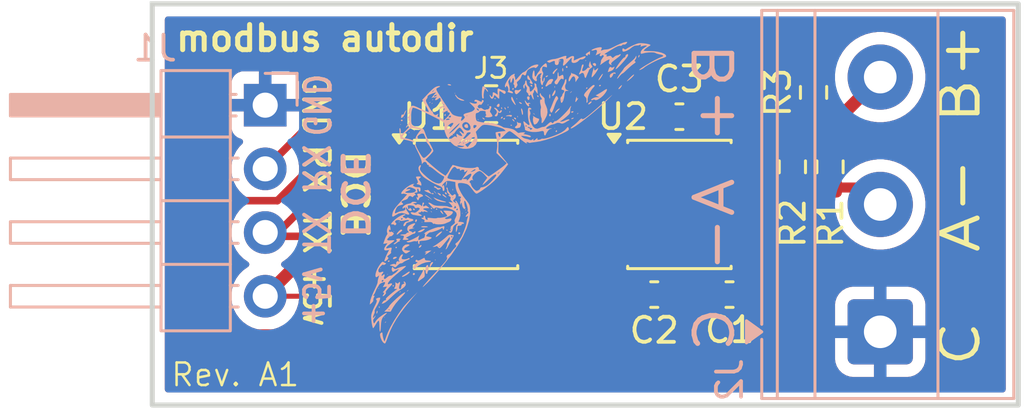
<source format=kicad_pcb>
(kicad_pcb (version 20241229) (generator "pcbnew") (generator_version "9.0")
  (title_block (title "modbus autodir") (date "2026-02-01") (rev "A1") (company "MAG Laboratory"))
  (layers (0 "F.Cu" signal) (2 "B.Cu" signal) (13 "F.Paste" user) (15 "B.Paste" user) (5 "F.SilkS" user "F.Silkscreen") (7 "B.SilkS" user "B.Silkscreen") (1 "F.Mask" user) (3 "B.Mask" user) (25 "Edge.Cuts" user))
  (net 0 "")
  (net 1 "GND")
  (net 2 "+5V")
  (net 3 "/DI")
  (net 4 "/RO")
  (net 5 "/A")
  (net 6 "/B")
  (net 7 "/SWIO")
  (net 8 "/DIR")
  (footprint "Package_SO:SOIC-8_3.9x4.9mm_P1.27mm" (layer "F.Cu") (at 39.5 20.42)
    (property "Reference" "U2" (at -2.25 -3.501 0) (layer "F.SilkS"))
    (property "Value" "ST485E")
    (pad "1" smd roundrect (at -2.475 -1.905) (size 1.95 0.6) (layers "F.Cu" "F.Mask" "F.Paste") (net 4 "/RO"))
    (pad "2" smd roundrect (at -2.475 -0.635) (size 1.95 0.6) (layers "F.Cu" "F.Mask" "F.Paste") (net 8 "/DIR"))
    (pad "3" smd roundrect (at -2.475 0.635) (size 1.95 0.6) (layers "F.Cu" "F.Mask" "F.Paste") (net 8 "/DIR"))
    (pad "4" smd roundrect (at -2.475 1.905) (size 1.95 0.6) (layers "F.Cu" "F.Mask" "F.Paste") (net 3 "/DI"))
    (pad "5" smd roundrect (at 2.475 1.905) (size 1.95 0.6) (layers "F.Cu" "F.Mask" "F.Paste") (net 1 "GND"))
    (pad "6" smd roundrect (at 2.475 0.635) (size 1.95 0.6) (layers "F.Cu" "F.Mask" "F.Paste") (net 5 "/A"))
    (pad "7" smd roundrect (at 2.475 -0.635) (size 1.95 0.6) (layers "F.Cu" "F.Mask" "F.Paste") (net 6 "/B"))
    (pad "8" smd roundrect (at 2.475 -1.905) (size 1.95 0.6) (layers "F.Cu" "F.Mask" "F.Paste") (net 2 "+5V"))
  )
  (footprint "Resistor_SMD:R_0805_2012Metric" (layer "F.Cu") (at 32 16.42)
    (property "Reference" "J3" (at -0.0084 -1.4332 0) (layer "F.SilkS") (effects (font (size 0.8 0.8) (thickness 0.12))))
    (property "Value" "PROG")
    (pad "1" smd roundrect (at -0.9125 0) (size 1.025 1.4) (layers "F.Cu" "F.Mask" "F.Paste") (roundrect_rratio 0.243902) (net 1 "GND"))
    (pad "2" smd roundrect (at 0.9125 0) (size 1.025 1.4) (layers "F.Cu" "F.Mask" "F.Paste") (roundrect_rratio 0.243902) (net 7 "/SWIO"))
  )
  (footprint "Package_SO:JEITA_SOIC-8_3.9x4.9mm_P1.27mm" (layer "F.Cu") (at 31 20.42)
    (property "Reference" "U1" (at -1.5 -3.501 0) (layer "F.SilkS"))
    (property "Value" "CH32V003JxMx")
    (pad "1" smd roundrect (at -2.65 -1.905) (size 1.5 0.55) (layers "F.Cu" "F.Mask" "F.Paste") (net 3 "/DI"))
    (pad "2" smd roundrect (at -2.65 -0.635) (size 1.5 0.55) (layers "F.Cu" "F.Mask" "F.Paste") (net 1 "GND"))
    (pad "3" smd roundrect (at -2.65 0.635) (size 1.5 0.55) (layers "F.Cu" "F.Mask" "F.Paste"))
    (pad "4" smd roundrect (at -2.65 1.905) (size 1.5 0.55) (layers "F.Cu" "F.Mask" "F.Paste") (net 2 "+5V"))
    (pad "5" smd roundrect (at 2.65 1.905) (size 1.5 0.55) (layers "F.Cu" "F.Mask" "F.Paste"))
    (pad "6" smd roundrect (at 2.65 0.635) (size 1.5 0.55) (layers "F.Cu" "F.Mask" "F.Paste"))
    (pad "7" smd roundrect (at 2.65 -0.635) (size 1.5 0.55) (layers "F.Cu" "F.Mask" "F.Paste") (net 8 "/DIR"))
    (pad "8" smd roundrect (at 2.65 -1.905) (size 1.5 0.55) (layers "F.Cu" "F.Mask" "F.Paste") (net 7 "/SWIO"))
  )
  (footprint "Capacitor_SMD:C_0603_1608Metric" (layer "F.Cu") (at 41.497251 24.014049)
    (property "Reference" "C1" (at 0.002749 1.405951 0) (layer "F.SilkS"))
    (property "Value" "104")
    (pad "1" smd roundrect (at -0.775 0) (size 0.9 0.95) (layers "F.Cu" "F.Mask" "F.Paste") (net 2 "+5V"))
    (pad "2" smd roundrect (at 0.775 0) (size 0.9 0.95) (layers "F.Cu" "F.Mask" "F.Paste") (net 1 "GND"))
  )
  (footprint "Resistor_SMD:R_0603_1608Metric" (layer "F.Cu") (at 45.5 18.919 90)
    (property "Reference" "R1" (at -2.25 0 90) (layer "F.SilkS"))
    (property "Value" "121")
    (pad "1" smd roundrect (at -0.825 0 90) (size 0.8 0.95) (layers "F.Cu" "F.Mask" "F.Paste") (net 5 "/A"))
    (pad "2" smd roundrect (at 0.825 0 90) (size 0.8 0.95) (layers "F.Cu" "F.Mask" "F.Paste") (net 6 "/B"))
  )
  (footprint "Resistor_SMD:R_0603_1608Metric" (layer "F.Cu") (at 44.844 15.952 90)
    (property "Reference" "R3" (at 0 -1.43 90) (layer "F.SilkS"))
    (property "Value" "512")
    (pad "1" smd roundrect (at -0.825 0 90) (size 0.8 0.95) (layers "F.Cu" "F.Mask" "F.Paste") (net 6 "/B"))
    (pad "2" smd roundrect (at 0.825 0 90) (size 0.8 0.95) (layers "F.Cu" "F.Mask" "F.Paste") (net 1 "GND"))
  )
  (footprint "Capacitor_SMD:C_0603_1608Metric" (layer "F.Cu") (at 39.5 16.919 180)
    (property "Reference" "C3" (at 0 1.499 180) (layer "F.SilkS"))
    (property "Value" "104")
    (pad "1" smd roundrect (at -0.775 0 180) (size 0.9 0.95) (layers "F.Cu" "F.Mask" "F.Paste") (net 2 "+5V"))
    (pad "2" smd roundrect (at 0.775 0 180) (size 0.9 0.95) (layers "F.Cu" "F.Mask" "F.Paste") (net 1 "GND"))
  )
  (footprint "Resistor_SMD:R_0603_1608Metric" (layer "F.Cu") (at 44 18.919 -90)
    (property "Reference" "R2" (at 2.25 0 90) (layer "F.SilkS"))
    (property "Value" "512")
    (pad "1" smd roundrect (at -0.825 0 270) (size 0.8 0.95) (layers "F.Cu" "F.Mask" "F.Paste") (net 2 "+5V"))
    (pad "2" smd roundrect (at 0.825 0 270) (size 0.8 0.95) (layers "F.Cu" "F.Mask" "F.Paste") (net 5 "/A"))
  )
  (footprint "Capacitor_SMD:C_0603_1608Metric" (layer "F.Cu") (at 38.498628 24.014049 180)
    (property "Reference" "C2" (at 0 -1.43 180) (layer "F.SilkS"))
    (property "Value" "104")
    (pad "1" smd roundrect (at -0.775 0 180) (size 0.9 0.95) (layers "F.Cu" "F.Mask" "F.Paste") (net 2 "+5V"))
    (pad "2" smd roundrect (at 0.775 0 180) (size 0.9 0.95) (layers "F.Cu" "F.Mask" "F.Paste") (net 1 "GND"))
  )
  (footprint "MAG_Lab_Logo:MAGLab_Symbol" (layer "B.Cu") (at 31.326508 18.190886 45)
    (property "Reference" "G***")
    (property "Value" "LOGO" (hide yes))
  )
  (footprint "Connector_PinHeader_2.54mm:PinHeader_1x04_P2.54mm_Horizontal" (layer "B.Cu") (at 23 16.46 180)
    (property "Reference" "J1" (at 4.385 2.27 0) (layer "B.SilkS") (effects (justify mirror)))
    (property "Value" "UART")
    (pad "1" thru_hole rect (at 0 0 180) (size 1.7 1.7) (drill 1) (layers "*.Cu" "*.Mask") (net 1 "GND"))
    (pad "2" thru_hole circle (at 0 -2.54 180) (size 1.7 1.7) (drill 1) (layers "*.Cu" "*.Mask") (net 4 "/RO"))
    (pad "3" thru_hole circle (at 0 -5.08 180) (size 1.7 1.7) (drill 1) (layers "*.Cu" "*.Mask") (net 3 "/DI"))
    (pad "4" thru_hole circle (at 0 -7.62 180) (size 1.7 1.7) (drill 1) (layers "*.Cu" "*.Mask") (net 2 "+5V"))
  )
  (footprint "TerminalBlock_Phoenix:TerminalBlock_Phoenix_MKDS-1,5-3-5.08_1x03_P5.08mm_Horizontal" (layer "B.Cu") (at 47.5 25.5 90)
    (property "Reference" "J2" (at -1.92 -6 90) (layer "B.SilkS") (effects (justify mirror)))
    (property "Value" "MB")
    (pad "1" thru_hole roundrect (at 0 0 90) (size 2.6 2.6) (drill 1.3) (layers "*.Cu" "*.Mask") (roundrect_rratio 0.096154) (net 1 "GND"))
    (pad "2" thru_hole circle (at 5.08 0 90) (size 2.6 2.6) (drill 1.3) (layers "*.Cu" "*.Mask") (net 5 "/A"))
    (pad "3" thru_hole circle (at 10.16 0 90) (size 2.6 2.6) (drill 1.3) (layers "*.Cu" "*.Mask") (net 6 "/B"))
  )
  (gr_rect (start 18.5 12.42) (end 53 28.42) (stroke (width 0.2)) (fill no) (layer "Edge.Cuts"))
  (gr_text "DCE" (at 26.556 20.016 270) (layer "F.SilkS") (effects (font (size 1 1.2) (thickness 0.2) (bold yes))))
  (gr_text "TX" (at 25.032 21.54 270) (layer "F.SilkS") (effects (font (size 1 1))))
  (gr_text "RX" (at 25.032 19 270) (layer "F.SilkS") (effects (font (size 1 1))))
  (gr_text "+5v" (at 25.032 24.08 270) (layer "F.SilkS") (effects (font (size 1 0.8) (thickness 0.15) (bold yes))))
  (gr_text "GND" (at 25 16.46 270) (layer "F.SilkS") (effects (font (size 1 0.8))))
  (gr_text "Rev. ${REVISION}" (at 19.19 27.7376 0) (layer "F.SilkS") (effects (font (size 0.9 0.9) (thickness 0.1)) (justify left bottom)))
  (gr_text "${TITLE}" (at 19.3424 14.3772 0) (layer "F.SilkS") (effects (font (size 1 1) (thickness 0.2) (bold yes)) (justify left bottom)))
  (gr_text "C  A- B+" (at 50.67628 20.018075 90) (layer "F.SilkS") (effects (font (size 1.5 1.8) (thickness 0.2))))
  (gr_text "RX" (at 25 19 270) (layer "B.SilkS") (effects (font (size 1 1)) (justify mirror)))
  (gr_text "+5v" (at 25 24.08 270) (layer "B.SilkS") (effects (font (size 1 0.8) (thickness 0.15) (bold yes)) (justify mirror)))
  (gr_text "DCE" (at 26.556 20.016 270) (layer "B.SilkS") (effects (font (size 1 1.2) (thickness 0.2) (bold yes)) (justify mirror)))
  (gr_text "TX" (at 25 21.54 270) (layer "B.SilkS") (effects (font (size 1 1)) (justify mirror)))
  (gr_text "B+ A- C " (at 40.9 20.82 90) (layer "B.SilkS") (effects (font (size 1.5 1.8) (thickness 0.2)) (justify mirror)))
  (gr_text "GND" (at 25.032 16.46 270) (layer "B.SilkS") (effects (font (size 1 0.8)) (justify mirror)))
  (segment (start 23.4835 20.27) (end 20.65 20.27) (width 0.3) (layer "F.Cu") (net 1))
  (segment (start 35.982101 21.69) (end 38.129 21.69) (width 0.25) (layer "F.Cu") (net 1))
  (segment (start 38.51 18.258516) (end 35.170484 14.919) (width 0.2) (layer "F.Cu") (net 1))
  (segment (start 42.272251 24.014049) (end 43.694049 24.014049) (width 0.4) (layer "F.Cu") (net 1))
  (segment (start 28.35 19.785) (end 28.985 19.785) (width 0.2) (layer "F.Cu") (net 1))
  (segment (start 44 25.5) (end 40.78 25.5) (width 0.2) (layer "F.Cu") (net 1))
  (segment (start 25.8735 17.88) (end 23.4835 20.27) (width 0.3) (layer "F.Cu") (net 1))
  (segment (start 29.62 20.42) (end 34.712101 20.42) (width 0.3) (layer "F.Cu") (net 1))
  (segment (start 22 25.5) (end 20.5 24) (width 0.2) (layer "F.Cu") (net 1))
  (segment (start 20.5 20.42) (end 20.5 17.419) (width 0.2) (layer "F.Cu") (net 1))
  (segment (start 20.65 20.27) (end 20.627 20.293) (width 0.3) (layer "F.Cu") (net 1))
  (segment (start 21.459 16.46) (end 23 16.46) (width 0.2) (layer "F.Cu") (net 1))
  (segment (start 30.47 25.858) (end 30.112 25.5) (width 0.2) (layer "F.Cu") (net 1))
  (segment (start 44 25.5) (end 47.5 25.5) (width 0.2) (layer "F.Cu") (net 1))
  (segment (start 29.62 18.261) (end 29.239 17.88) (width 0.3) (layer "F.Cu") (net 1))
  (segment (start 42.272252 22.622252) (end 42.272252 24.014051) (width 0.4) (layer "F.Cu") (net 1))
  (segment (start 23 16.46) (end 31.0475 16.46) (width 0.2) (layer "F.Cu") (net 1))
  (segment (start 20.5 17.419) (end 21.459 16.46) (width 0.2) (layer "F.Cu") (net 1))
  (segment (start 20.627 20.293) (end 20.5 20.42) (width 0.2) (layer "F.Cu") (net 1))
  (segment (start 38.51 21.309) (end 38.54 21.339) (width 0.3) (layer "F.Cu") (net 1))
  (segment (start 30.112 25.5) (end 22 25.5) (width 0.2) (layer "F.Cu") (net 1))
  (segment (start 31.0475 16.46) (end 31.0875 16.42) (width 0.2) (layer "F.Cu") (net 1))
  (segment (start 31.25 14.919) (end 31.0875 15.0815) (width 0.2) (layer "F.Cu") (net 1))
  (segment (start 29.62 19.15) (end 29.62 18.261) (width 0.3) (layer "F.Cu") (net 1))
  (segment (start 38.54 21.339) (end 38.54 23.197677) (width 0.3) (layer "F.Cu") (net 1))
  (segment (start 31.0875 15.0815) (end 31.0875 16.42) (width 0.2) (layer "F.Cu") (net 1))
  (segment (start 28.985 19.785) (end 29.62 19.15) (width 0.3) (layer "F.Cu") (net 1))
  (segment (start 35.341051 21.048949) (end 35.982101 21.69) (width 0.25) (layer "F.Cu") (net 1))
  (segment (start 38.54 23.197677) (end 37.723628 24.014049) (width 0.3) (layer "F.Cu") (net 1))
  (segment (start 38.51 21.309) (end 38.51 18.258516) (width 0.3) (layer "F.Cu") (net 1))
  (segment (start 38.129 21.69) (end 38.51 21.309) (width 0.3) (layer "F.Cu") (net 1))
  (segment (start 20.5 24) (end 20.5 20.42) (width 0.2) (layer "F.Cu") (net 1))
  (segment (start 40.422 25.858) (end 30.47 25.858) (width 0.2) (layer "F.Cu") (net 1))
  (segment (start 29.239 17.88) (end 25.8735 17.88) (width 0.3) (layer "F.Cu") (net 1))
  (segment (start 34.712101 20.42) (end 35.341051 21.048949) (width 0.3) (layer "F.Cu") (net 1))
  (segment (start 43.694049 24.014049) (end 44 24.32) (width 0.4) (layer "F.Cu") (net 1))
  (segment (start 41.975 22.325) (end 42.272252 22.622252) (width 0.4) (layer "F.Cu") (net 1))
  (segment (start 40.78 25.5) (end 40.422 25.858) (width 0.2) (layer "F.Cu") (net 1))
  (segment (start 35.170484 14.919) (end 31.25 14.919) (width 0.2) (layer "F.Cu") (net 1))
  (segment (start 44 24.32) (end 44 25.5) (width 0.4) (layer "F.Cu") (net 1))
  (segment (start 41.975 23.716799) (end 42.272252 24.014051) (width 0.2) (layer "F.Cu") (net 1))
  (segment (start 28.985 19.785) (end 29.62 20.42) (width 0.2) (layer "F.Cu") (net 1))
  (segment (start 42.272252 23.772252) (end 42.272252 24.014051) (width 0.2) (layer "F.Cu") (net 1))
  (segment (start 41.975 18.515) (end 41.000001 18.515) (width 0.2) (layer "F.Cu") (net 2))
  (segment (start 43.2608 18.094) (end 44 18.094) (width 0.4) (layer "F.Cu") (net 2))
  (segment (start 40.722251 24.014049) (end 40.722251 24.597749) (width 0.4) (layer "F.Cu") (net 2))
  (segment (start 32.01 25.096) (end 32.01 24.73) (width 0.2) (layer "F.Cu") (net 2))
  (segment (start 40.722251 23.042251) (end 40.722251 24.014049) (width 0.3) (layer "F.Cu") (net 2))
  (segment (start 25.44 24.08) (end 23 24.08) (width 0.2) (layer "F.Cu") (net 2))
  (segment (start 41 18.515001) (end 40.275 17.790001) (width 0.5) (layer "F.Cu") (net 2))
  (segment (start 40.3 22.62) (end 40.722251 23.042251) (width 0.3) (layer "F.Cu") (net 2))
  (segment (start 42.8398 18.515) (end 43.2608 18.094) (width 0.4) (layer "F.Cu") (net 2))
  (segment (start 40.224 25.096) (end 32.01 25.096) (width 0.4) (layer "F.Cu") (net 2))
  (segment (start 29.605 22.325) (end 28.35 22.325) (width 0.2) (layer "F.Cu") (net 2))
  (segment (start 41.975 18.515) (end 42.8398 18.515) (width 0.4) (layer "F.Cu") (net 2))
  (segment (start 27.195 22.325) (end 25.44 24.08) (width 0.2) (layer "F.Cu") (net 2))
  (segment (start 40.02 22.62) (end 40.3 22.62) (width 0.4) (layer "F.Cu") (net 2))
  (segment (start 40.02 23.92) (end 40.54 23.92) (width 0.2) (layer "F.Cu") (net 2))
  (segment (start 32.01 24.73) (end 29.605 22.325) (width 0.2) (layer "F.Cu") (net 2))
  (segment (start 40.722251 24.597749) (end 40.224 25.096) (width 0.4) (layer "F.Cu") (net 2))
  (segment (start 40.02 19.495001) (end 40.02 22.62) (width 0.4) (layer "F.Cu") (net 2))
  (segment (start 41.000001 18.515) (end 41 18.515001) (width 0.2) (layer "F.Cu") (net 2))
  (segment (start 40.54 23.92) (end 40.018 23.92) (width 0.2) (layer "F.Cu") (net 2))
  (segment (start 40.275 17.790001) (end 40.275 16.919) (width 0.5) (layer "F.Cu") (net 2))
  (segment (start 28.35 22.325) (end 27.195 22.325) (width 0.2) (layer "F.Cu") (net 2))
  (segment (start 41 18.515001) (end 40.02 19.495001) (width 0.2) (layer "F.Cu") (net 2))
  (segment (start 23.15 21.69) (end 23 21.54) (width 0.2) (layer "F.Cu") (net 3))
  (segment (start 23.508 21.54) (end 26.533 18.515) (width 0.3) (layer "F.Cu") (net 3))
  (segment (start 26.533 18.515) (end 28.35 18.515) (width 0.3) (layer "F.Cu") (net 3))
  (segment (start 35.0575 21.69) (end 23.15 21.69) (width 0.3) (layer "F.Cu") (net 3))
  (segment (start 23 21.54) (end 23.508 21.54) (width 0.3) (layer "F.Cu") (net 3))
  (segment (start 37.025 22.325) (end 35.6925 22.325) (width 0.3) (layer "F.Cu") (net 3))
  (segment (start 35.6925 22.325) (end 35.0575 21.69) (width 0.3) (layer "F.Cu") (net 3))
  (segment (start 23 19) (end 24.755 17.245) (width 0.3) (layer "F.Cu") (net 4))
  (segment (start 31.525 19.15) (end 35.545 19.15) (width 0.3) (layer "F.Cu") (net 4))
  (segment (start 35.545 19.15) (end 36.18 18.515) (width 0.3) (layer "F.Cu") (net 4))
  (segment (start 24.755 17.245) (end 29.62 17.245) (width 0.3) (layer "F.Cu") (net 4))
  (segment (start 29.62 17.245) (end 31.525 19.15) (width 0.3) (layer "F.Cu") (net 4))
  (segment (start 36.18 18.515) (end 37.025 18.515) (width 0.2) (layer "F.Cu") (net 4))
  (segment (start 23.091 19.091) (end 23 19) (width 0.2) (layer "F.Cu") (net 4))
  (segment (start 44 19.744) (end 45.5 19.744) (width 0.4) (layer "F.Cu") (net 5))
  (segment (start 41.975 21.055) (end 43.19 21.055) (width 0.5) (layer "F.Cu") (net 5))
  (segment (start 46.824 19.744) (end 47.5 20.42) (width 0.2) (layer "F.Cu") (net 5))
  (segment (start 44 20.245) (end 44 19.744) (width 0.5) (layer "F.Cu") (net 5))
  (segment (start 45.5 19.744) (end 46.824 19.744) (width 0.4) (layer "F.Cu") (net 5))
  (segment (start 43.19 21.055) (end 44 20.245) (width 0.5) (layer "F.Cu") (net 5))
  (segment (start 45.407 17.34) (end 44.844 16.777) (width 0.5) (layer "F.Cu") (net 6))
  (segment (start 45.5 17.34) (end 47.5 15.34) (width 0.5) (layer "F.Cu") (net 6))
  (segment (start 44.675 18.919) (end 45.5 18.094) (width 0.4) (layer "F.Cu") (net 6))
  (segment (start 43.401 18.919) (end 44.675 18.919) (width 0.39) (layer "F.Cu") (net 6))
  (segment (start 42.451968 19.785) (end 42.535 19.785) (width 0.39) (layer "F.Cu") (net 6))
  (segment (start 45.5 17.34) (end 45.407 17.34) (width 0.5) (layer "F.Cu") (net 6))
  (segment (start 42.535 19.785) (end 43.401 18.919) (width 0.39) (layer "F.Cu") (net 6))
  (segment (start 45.5 18.094) (end 45.5 17.34) (width 0.5) (layer "F.Cu") (net 6))
  (segment (start 41.975 19.785) (end 42.81 19.785) (width 0.2) (layer "F.Cu") (net 6))
  (segment (start 41.975 19.785) (end 42.451968 19.785) (width 0.2) (layer "F.Cu") (net 6))
  (segment (start 32.9125 17.7775) (end 32.9125 16.42) (width 0.5) (layer "F.Cu") (net 7))
  (segment (start 33.65 18.515) (end 32.9125 17.7775) (width 0.5) (layer "F.Cu") (net 7))
  (segment (start 37.025 19.785) (end 33.65 19.785) (width 0.3) (layer "F.Cu") (net 8))
  (segment (start 37.025 19.785) (end 37.025 21.055) (width 0.5) (layer "F.Cu") (net 8))
  (zone (net 3) (net_name "/DI") (layer "F.Cu") (priority 4) (connect_pads (clearance 0.5)) (min_thickness 0.25) (fill yes (thermal_gap 0.5) (thermal_bridge_width 0.5))
    (polygon (pts (xy 23.508 21.54) (xy 26.533 18.515) (xy 27.3 18.515) (xy 27.3 21.62) (xy 23.508 21.69)))
  )
  (zone (net 2) (net_name "+5V") (layer "F.Cu") (priority 1) (connect_pads (clearance 0.5)) (min_thickness 0.25) (fill yes (thermal_gap 0.5) (thermal_bridge_width 0.5))
    (polygon (pts (xy 41.04675 25.419) (xy 41.78 24.573144) (xy 41.78 23.264) (xy 40.519819 22.003819) (xy 40.5 19.419) (xy 41 18.969) (xy 41 18.419) (xy 39.5 17.419) (xy 39.5 21.919) (xy 23 21.919) (xy 23 25.419)))
  )
  (zone (net 4) (net_name "/RO") (layer "F.Cu") (priority 3) (connect_pads (clearance 0.5)) (min_thickness 0.25) (fill yes (thermal_gap 0.5) (thermal_bridge_width 0.5))
    (polygon (pts (xy 29.9 17.62) (xy 32.5 17.62) (xy 32.5 19.22) (xy 31.525 19.15)))
  )
  (zone (net 1) (net_name "GND") (layer "F.Cu") (connect_pads (clearance 0.5)) (min_thickness 0.25) (fill yes (thermal_gap 0.5) (thermal_bridge_width 0.5))
    (polygon (pts (xy 18.5 12.419) (xy 53 12.419) (xy 53 28.419) (xy 18.5 28.419)))
  )
  (zone (net 1) (net_name "GND") (layer "B.Cu") (priority 2) (connect_pads (clearance 0.5)) (min_thickness 0.25) (fill yes (thermal_gap 0.5) (thermal_bridge_width 0.5))
    (polygon (pts (xy 18.5 28.42) (xy 18.5 12.42) (xy 53 12.42) (xy 53 28.42)))
  )
)
</source>
